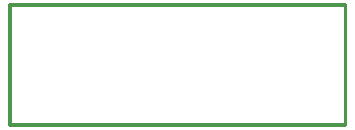
<source format=gko>
G04 Layer_Color=16711935*
%FSTAX24Y24*%
%MOIN*%
G70*
G01*
G75*
%ADD37C,0.0100*%
%ADD64C,0.0118*%
D37*
X03115Y02995D02*
Y03395D01*
D64*
X02Y02995D02*
X03115D01*
X02D02*
Y03395D01*
X03115D01*
M02*

</source>
